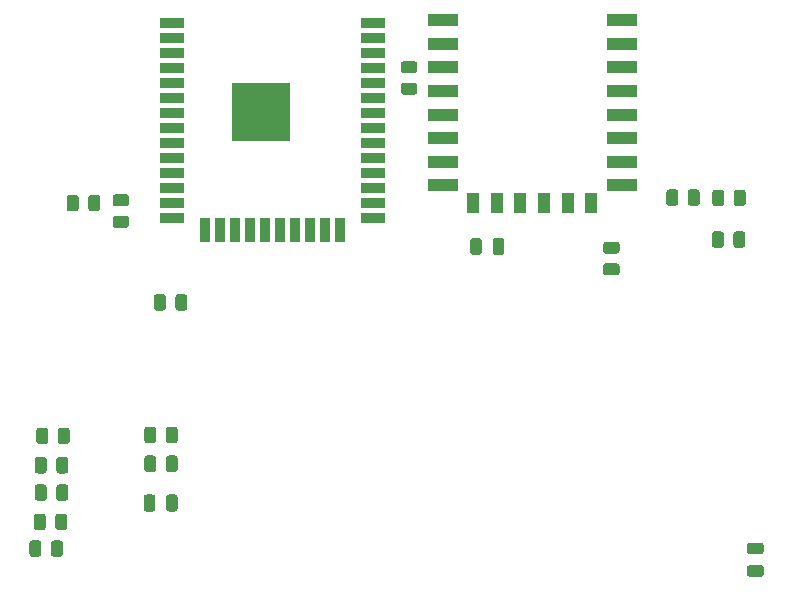
<source format=gbr>
%TF.GenerationSoftware,KiCad,Pcbnew,5.1.9+dfsg1-1*%
%TF.CreationDate,2021-05-21T09:37:11+02:00*%
%TF.ProjectId,vscp-din-m1-wireless-p1,76736370-2d64-4696-9e2d-6d312d776972,rev?*%
%TF.SameCoordinates,Original*%
%TF.FileFunction,Paste,Top*%
%TF.FilePolarity,Positive*%
%FSLAX46Y46*%
G04 Gerber Fmt 4.6, Leading zero omitted, Abs format (unit mm)*
G04 Created by KiCad (PCBNEW 5.1.9+dfsg1-1) date 2021-05-21 09:37:11*
%MOMM*%
%LPD*%
G01*
G04 APERTURE LIST*
%ADD10R,2.500000X1.000000*%
%ADD11R,1.000000X1.800000*%
%ADD12R,2.000000X0.900000*%
%ADD13R,0.900000X2.000000*%
%ADD14R,5.000000X5.000000*%
G04 APERTURE END LIST*
%TO.C,R19*%
G36*
G01*
X74237800Y-116705801D02*
X74237800Y-115805799D01*
G75*
G02*
X74487799Y-115555800I249999J0D01*
G01*
X75012801Y-115555800D01*
G75*
G02*
X75262800Y-115805799I0J-249999D01*
G01*
X75262800Y-116705801D01*
G75*
G02*
X75012801Y-116955800I-249999J0D01*
G01*
X74487799Y-116955800D01*
G75*
G02*
X74237800Y-116705801I0J249999D01*
G01*
G37*
G36*
G01*
X72412800Y-116705801D02*
X72412800Y-115805799D01*
G75*
G02*
X72662799Y-115555800I249999J0D01*
G01*
X73187801Y-115555800D01*
G75*
G02*
X73437800Y-115805799I0J-249999D01*
G01*
X73437800Y-116705801D01*
G75*
G02*
X73187801Y-116955800I-249999J0D01*
G01*
X72662799Y-116955800D01*
G75*
G02*
X72412800Y-116705801I0J249999D01*
G01*
G37*
%TD*%
D10*
%TO.C,U2*%
X122600000Y-71500000D03*
X122600000Y-73500000D03*
X122600000Y-75500000D03*
X122600000Y-77500000D03*
X122600000Y-79500000D03*
X122600000Y-81500000D03*
X122600000Y-83500000D03*
X122600000Y-85500000D03*
D11*
X120000000Y-87000000D03*
X118000000Y-87000000D03*
X116000000Y-87000000D03*
X114000000Y-87000000D03*
X112000000Y-87000000D03*
X110000000Y-87000000D03*
D10*
X107400000Y-85500000D03*
X107400000Y-83500000D03*
X107400000Y-81500000D03*
X107400000Y-79500000D03*
X107400000Y-77500000D03*
X107400000Y-75500000D03*
X107400000Y-73500000D03*
X107400000Y-71500000D03*
%TD*%
%TO.C,R18*%
G36*
G01*
X83166000Y-106179199D02*
X83166000Y-107079201D01*
G75*
G02*
X82916001Y-107329200I-249999J0D01*
G01*
X82390999Y-107329200D01*
G75*
G02*
X82141000Y-107079201I0J249999D01*
G01*
X82141000Y-106179199D01*
G75*
G02*
X82390999Y-105929200I249999J0D01*
G01*
X82916001Y-105929200D01*
G75*
G02*
X83166000Y-106179199I0J-249999D01*
G01*
G37*
G36*
G01*
X84991000Y-106179199D02*
X84991000Y-107079201D01*
G75*
G02*
X84741001Y-107329200I-249999J0D01*
G01*
X84215999Y-107329200D01*
G75*
G02*
X83966000Y-107079201I0J249999D01*
G01*
X83966000Y-106179199D01*
G75*
G02*
X84215999Y-105929200I249999J0D01*
G01*
X84741001Y-105929200D01*
G75*
G02*
X84991000Y-106179199I0J-249999D01*
G01*
G37*
%TD*%
%TO.C,R17*%
G36*
G01*
X74022000Y-106255399D02*
X74022000Y-107155401D01*
G75*
G02*
X73772001Y-107405400I-249999J0D01*
G01*
X73246999Y-107405400D01*
G75*
G02*
X72997000Y-107155401I0J249999D01*
G01*
X72997000Y-106255399D01*
G75*
G02*
X73246999Y-106005400I249999J0D01*
G01*
X73772001Y-106005400D01*
G75*
G02*
X74022000Y-106255399I0J-249999D01*
G01*
G37*
G36*
G01*
X75847000Y-106255399D02*
X75847000Y-107155401D01*
G75*
G02*
X75597001Y-107405400I-249999J0D01*
G01*
X75071999Y-107405400D01*
G75*
G02*
X74822000Y-107155401I0J249999D01*
G01*
X74822000Y-106255399D01*
G75*
G02*
X75071999Y-106005400I249999J0D01*
G01*
X75597001Y-106005400D01*
G75*
G02*
X75847000Y-106255399I0J-249999D01*
G01*
G37*
%TD*%
%TO.C,R16*%
G36*
G01*
X84778800Y-95852401D02*
X84778800Y-94952399D01*
G75*
G02*
X85028799Y-94702400I249999J0D01*
G01*
X85553801Y-94702400D01*
G75*
G02*
X85803800Y-94952399I0J-249999D01*
G01*
X85803800Y-95852401D01*
G75*
G02*
X85553801Y-96102400I-249999J0D01*
G01*
X85028799Y-96102400D01*
G75*
G02*
X84778800Y-95852401I0J249999D01*
G01*
G37*
G36*
G01*
X82953800Y-95852401D02*
X82953800Y-94952399D01*
G75*
G02*
X83203799Y-94702400I249999J0D01*
G01*
X83728801Y-94702400D01*
G75*
G02*
X83978800Y-94952399I0J-249999D01*
G01*
X83978800Y-95852401D01*
G75*
G02*
X83728801Y-96102400I-249999J0D01*
G01*
X83203799Y-96102400D01*
G75*
G02*
X82953800Y-95852401I0J249999D01*
G01*
G37*
%TD*%
%TO.C,R15*%
G36*
G01*
X74616900Y-114445201D02*
X74616900Y-113545199D01*
G75*
G02*
X74866899Y-113295200I249999J0D01*
G01*
X75391901Y-113295200D01*
G75*
G02*
X75641900Y-113545199I0J-249999D01*
G01*
X75641900Y-114445201D01*
G75*
G02*
X75391901Y-114695200I-249999J0D01*
G01*
X74866899Y-114695200D01*
G75*
G02*
X74616900Y-114445201I0J249999D01*
G01*
G37*
G36*
G01*
X72791900Y-114445201D02*
X72791900Y-113545199D01*
G75*
G02*
X73041899Y-113295200I249999J0D01*
G01*
X73566901Y-113295200D01*
G75*
G02*
X73816900Y-113545199I0J-249999D01*
G01*
X73816900Y-114445201D01*
G75*
G02*
X73566901Y-114695200I-249999J0D01*
G01*
X73041899Y-114695200D01*
G75*
G02*
X72791900Y-114445201I0J249999D01*
G01*
G37*
%TD*%
%TO.C,R14*%
G36*
G01*
X83966000Y-109517601D02*
X83966000Y-108617599D01*
G75*
G02*
X84215999Y-108367600I249999J0D01*
G01*
X84741001Y-108367600D01*
G75*
G02*
X84991000Y-108617599I0J-249999D01*
G01*
X84991000Y-109517601D01*
G75*
G02*
X84741001Y-109767600I-249999J0D01*
G01*
X84215999Y-109767600D01*
G75*
G02*
X83966000Y-109517601I0J249999D01*
G01*
G37*
G36*
G01*
X82141000Y-109517601D02*
X82141000Y-108617599D01*
G75*
G02*
X82390999Y-108367600I249999J0D01*
G01*
X82916001Y-108367600D01*
G75*
G02*
X83166000Y-108617599I0J-249999D01*
G01*
X83166000Y-109517601D01*
G75*
G02*
X82916001Y-109767600I-249999J0D01*
G01*
X82390999Y-109767600D01*
G75*
G02*
X82141000Y-109517601I0J249999D01*
G01*
G37*
%TD*%
%TO.C,R13*%
G36*
G01*
X74693100Y-109644601D02*
X74693100Y-108744599D01*
G75*
G02*
X74943099Y-108494600I249999J0D01*
G01*
X75468101Y-108494600D01*
G75*
G02*
X75718100Y-108744599I0J-249999D01*
G01*
X75718100Y-109644601D01*
G75*
G02*
X75468101Y-109894600I-249999J0D01*
G01*
X74943099Y-109894600D01*
G75*
G02*
X74693100Y-109644601I0J249999D01*
G01*
G37*
G36*
G01*
X72868100Y-109644601D02*
X72868100Y-108744599D01*
G75*
G02*
X73118099Y-108494600I249999J0D01*
G01*
X73643101Y-108494600D01*
G75*
G02*
X73893100Y-108744599I0J-249999D01*
G01*
X73893100Y-109644601D01*
G75*
G02*
X73643101Y-109894600I-249999J0D01*
G01*
X73118099Y-109894600D01*
G75*
G02*
X72868100Y-109644601I0J249999D01*
G01*
G37*
%TD*%
%TO.C,R12*%
G36*
G01*
X74695000Y-111956001D02*
X74695000Y-111055999D01*
G75*
G02*
X74944999Y-110806000I249999J0D01*
G01*
X75470001Y-110806000D01*
G75*
G02*
X75720000Y-111055999I0J-249999D01*
G01*
X75720000Y-111956001D01*
G75*
G02*
X75470001Y-112206000I-249999J0D01*
G01*
X74944999Y-112206000D01*
G75*
G02*
X74695000Y-111956001I0J249999D01*
G01*
G37*
G36*
G01*
X72870000Y-111956001D02*
X72870000Y-111055999D01*
G75*
G02*
X73119999Y-110806000I249999J0D01*
G01*
X73645001Y-110806000D01*
G75*
G02*
X73895000Y-111055999I0J-249999D01*
G01*
X73895000Y-111956001D01*
G75*
G02*
X73645001Y-112206000I-249999J0D01*
G01*
X73119999Y-112206000D01*
G75*
G02*
X72870000Y-111956001I0J249999D01*
G01*
G37*
%TD*%
%TO.C,R11*%
G36*
G01*
X131222800Y-89643799D02*
X131222800Y-90543801D01*
G75*
G02*
X130972801Y-90793800I-249999J0D01*
G01*
X130447799Y-90793800D01*
G75*
G02*
X130197800Y-90543801I0J249999D01*
G01*
X130197800Y-89643799D01*
G75*
G02*
X130447799Y-89393800I249999J0D01*
G01*
X130972801Y-89393800D01*
G75*
G02*
X131222800Y-89643799I0J-249999D01*
G01*
G37*
G36*
G01*
X133047800Y-89643799D02*
X133047800Y-90543801D01*
G75*
G02*
X132797801Y-90793800I-249999J0D01*
G01*
X132272799Y-90793800D01*
G75*
G02*
X132022800Y-90543801I0J249999D01*
G01*
X132022800Y-89643799D01*
G75*
G02*
X132272799Y-89393800I249999J0D01*
G01*
X132797801Y-89393800D01*
G75*
G02*
X133047800Y-89643799I0J-249999D01*
G01*
G37*
%TD*%
%TO.C,R10*%
G36*
G01*
X131246300Y-86113199D02*
X131246300Y-87013201D01*
G75*
G02*
X130996301Y-87263200I-249999J0D01*
G01*
X130471299Y-87263200D01*
G75*
G02*
X130221300Y-87013201I0J249999D01*
G01*
X130221300Y-86113199D01*
G75*
G02*
X130471299Y-85863200I249999J0D01*
G01*
X130996301Y-85863200D01*
G75*
G02*
X131246300Y-86113199I0J-249999D01*
G01*
G37*
G36*
G01*
X133071300Y-86113199D02*
X133071300Y-87013201D01*
G75*
G02*
X132821301Y-87263200I-249999J0D01*
G01*
X132296299Y-87263200D01*
G75*
G02*
X132046300Y-87013201I0J249999D01*
G01*
X132046300Y-86113199D01*
G75*
G02*
X132296299Y-85863200I249999J0D01*
G01*
X132821301Y-85863200D01*
G75*
G02*
X133071300Y-86113199I0J-249999D01*
G01*
G37*
%TD*%
%TO.C,R9*%
G36*
G01*
X122141401Y-91294000D02*
X121241399Y-91294000D01*
G75*
G02*
X120991400Y-91044001I0J249999D01*
G01*
X120991400Y-90518999D01*
G75*
G02*
X121241399Y-90269000I249999J0D01*
G01*
X122141401Y-90269000D01*
G75*
G02*
X122391400Y-90518999I0J-249999D01*
G01*
X122391400Y-91044001D01*
G75*
G02*
X122141401Y-91294000I-249999J0D01*
G01*
G37*
G36*
G01*
X122141401Y-93119000D02*
X121241399Y-93119000D01*
G75*
G02*
X120991400Y-92869001I0J249999D01*
G01*
X120991400Y-92343999D01*
G75*
G02*
X121241399Y-92094000I249999J0D01*
G01*
X122141401Y-92094000D01*
G75*
G02*
X122391400Y-92343999I0J-249999D01*
G01*
X122391400Y-92869001D01*
G75*
G02*
X122141401Y-93119000I-249999J0D01*
G01*
G37*
%TD*%
%TO.C,R7*%
G36*
G01*
X76600000Y-86549999D02*
X76600000Y-87450001D01*
G75*
G02*
X76350001Y-87700000I-249999J0D01*
G01*
X75824999Y-87700000D01*
G75*
G02*
X75575000Y-87450001I0J249999D01*
G01*
X75575000Y-86549999D01*
G75*
G02*
X75824999Y-86300000I249999J0D01*
G01*
X76350001Y-86300000D01*
G75*
G02*
X76600000Y-86549999I0J-249999D01*
G01*
G37*
G36*
G01*
X78425000Y-86549999D02*
X78425000Y-87450001D01*
G75*
G02*
X78175001Y-87700000I-249999J0D01*
G01*
X77649999Y-87700000D01*
G75*
G02*
X77400000Y-87450001I0J249999D01*
G01*
X77400000Y-86549999D01*
G75*
G02*
X77649999Y-86300000I249999J0D01*
G01*
X78175001Y-86300000D01*
G75*
G02*
X78425000Y-86549999I0J-249999D01*
G01*
G37*
%TD*%
%TO.C,R6*%
G36*
G01*
X127362000Y-86087799D02*
X127362000Y-86987801D01*
G75*
G02*
X127112001Y-87237800I-249999J0D01*
G01*
X126586999Y-87237800D01*
G75*
G02*
X126337000Y-86987801I0J249999D01*
G01*
X126337000Y-86087799D01*
G75*
G02*
X126586999Y-85837800I249999J0D01*
G01*
X127112001Y-85837800D01*
G75*
G02*
X127362000Y-86087799I0J-249999D01*
G01*
G37*
G36*
G01*
X129187000Y-86087799D02*
X129187000Y-86987801D01*
G75*
G02*
X128937001Y-87237800I-249999J0D01*
G01*
X128411999Y-87237800D01*
G75*
G02*
X128162000Y-86987801I0J249999D01*
G01*
X128162000Y-86087799D01*
G75*
G02*
X128411999Y-85837800I249999J0D01*
G01*
X128937001Y-85837800D01*
G75*
G02*
X129187000Y-86087799I0J-249999D01*
G01*
G37*
%TD*%
%TO.C,R5*%
G36*
G01*
X80612401Y-87280800D02*
X79712399Y-87280800D01*
G75*
G02*
X79462400Y-87030801I0J249999D01*
G01*
X79462400Y-86505799D01*
G75*
G02*
X79712399Y-86255800I249999J0D01*
G01*
X80612401Y-86255800D01*
G75*
G02*
X80862400Y-86505799I0J-249999D01*
G01*
X80862400Y-87030801D01*
G75*
G02*
X80612401Y-87280800I-249999J0D01*
G01*
G37*
G36*
G01*
X80612401Y-89105800D02*
X79712399Y-89105800D01*
G75*
G02*
X79462400Y-88855801I0J249999D01*
G01*
X79462400Y-88330799D01*
G75*
G02*
X79712399Y-88080800I249999J0D01*
G01*
X80612401Y-88080800D01*
G75*
G02*
X80862400Y-88330799I0J-249999D01*
G01*
X80862400Y-88855801D01*
G75*
G02*
X80612401Y-89105800I-249999J0D01*
G01*
G37*
%TD*%
%TO.C,R1*%
G36*
G01*
X105021801Y-76003200D02*
X104121799Y-76003200D01*
G75*
G02*
X103871800Y-75753201I0J249999D01*
G01*
X103871800Y-75228199D01*
G75*
G02*
X104121799Y-74978200I249999J0D01*
G01*
X105021801Y-74978200D01*
G75*
G02*
X105271800Y-75228199I0J-249999D01*
G01*
X105271800Y-75753201D01*
G75*
G02*
X105021801Y-76003200I-249999J0D01*
G01*
G37*
G36*
G01*
X105021801Y-77828200D02*
X104121799Y-77828200D01*
G75*
G02*
X103871800Y-77578201I0J249999D01*
G01*
X103871800Y-77053199D01*
G75*
G02*
X104121799Y-76803200I249999J0D01*
G01*
X105021801Y-76803200D01*
G75*
G02*
X105271800Y-77053199I0J-249999D01*
G01*
X105271800Y-77578201D01*
G75*
G02*
X105021801Y-77828200I-249999J0D01*
G01*
G37*
%TD*%
%TO.C,C6*%
G36*
G01*
X83990600Y-112870000D02*
X83990600Y-111920000D01*
G75*
G02*
X84240600Y-111670000I250000J0D01*
G01*
X84740600Y-111670000D01*
G75*
G02*
X84990600Y-111920000I0J-250000D01*
G01*
X84990600Y-112870000D01*
G75*
G02*
X84740600Y-113120000I-250000J0D01*
G01*
X84240600Y-113120000D01*
G75*
G02*
X83990600Y-112870000I0J250000D01*
G01*
G37*
G36*
G01*
X82090600Y-112870000D02*
X82090600Y-111920000D01*
G75*
G02*
X82340600Y-111670000I250000J0D01*
G01*
X82840600Y-111670000D01*
G75*
G02*
X83090600Y-111920000I0J-250000D01*
G01*
X83090600Y-112870000D01*
G75*
G02*
X82840600Y-113120000I-250000J0D01*
G01*
X82340600Y-113120000D01*
G75*
G02*
X82090600Y-112870000I0J250000D01*
G01*
G37*
%TD*%
%TO.C,C5*%
G36*
G01*
X134358400Y-116745600D02*
X133408400Y-116745600D01*
G75*
G02*
X133158400Y-116495600I0J250000D01*
G01*
X133158400Y-115995600D01*
G75*
G02*
X133408400Y-115745600I250000J0D01*
G01*
X134358400Y-115745600D01*
G75*
G02*
X134608400Y-115995600I0J-250000D01*
G01*
X134608400Y-116495600D01*
G75*
G02*
X134358400Y-116745600I-250000J0D01*
G01*
G37*
G36*
G01*
X134358400Y-118645600D02*
X133408400Y-118645600D01*
G75*
G02*
X133158400Y-118395600I0J250000D01*
G01*
X133158400Y-117895600D01*
G75*
G02*
X133408400Y-117645600I250000J0D01*
G01*
X134358400Y-117645600D01*
G75*
G02*
X134608400Y-117895600I0J-250000D01*
G01*
X134608400Y-118395600D01*
G75*
G02*
X134358400Y-118645600I-250000J0D01*
G01*
G37*
%TD*%
%TO.C,C1*%
G36*
G01*
X111636000Y-91153000D02*
X111636000Y-90203000D01*
G75*
G02*
X111886000Y-89953000I250000J0D01*
G01*
X112386000Y-89953000D01*
G75*
G02*
X112636000Y-90203000I0J-250000D01*
G01*
X112636000Y-91153000D01*
G75*
G02*
X112386000Y-91403000I-250000J0D01*
G01*
X111886000Y-91403000D01*
G75*
G02*
X111636000Y-91153000I0J250000D01*
G01*
G37*
G36*
G01*
X109736000Y-91153000D02*
X109736000Y-90203000D01*
G75*
G02*
X109986000Y-89953000I250000J0D01*
G01*
X110486000Y-89953000D01*
G75*
G02*
X110736000Y-90203000I0J-250000D01*
G01*
X110736000Y-91153000D01*
G75*
G02*
X110486000Y-91403000I-250000J0D01*
G01*
X109986000Y-91403000D01*
G75*
G02*
X109736000Y-91153000I0J250000D01*
G01*
G37*
%TD*%
D12*
%TO.C,U1*%
X101500000Y-71745000D03*
X101500000Y-73015000D03*
X101500000Y-74285000D03*
X101500000Y-75555000D03*
X101500000Y-76825000D03*
X101500000Y-78095000D03*
X101500000Y-79365000D03*
X101500000Y-80635000D03*
X101500000Y-81905000D03*
X101500000Y-83175000D03*
X101500000Y-84445000D03*
X101500000Y-85715000D03*
X101500000Y-86985000D03*
X101500000Y-88255000D03*
D13*
X98715000Y-89255000D03*
X97445000Y-89255000D03*
X96175000Y-89255000D03*
X94905000Y-89255000D03*
X93635000Y-89255000D03*
X92365000Y-89255000D03*
X91095000Y-89255000D03*
X89825000Y-89255000D03*
X88555000Y-89255000D03*
X87285000Y-89255000D03*
D12*
X84500000Y-88255000D03*
X84500000Y-86985000D03*
X84500000Y-85715000D03*
X84500000Y-84445000D03*
X84500000Y-83175000D03*
X84500000Y-81905000D03*
X84500000Y-80635000D03*
X84500000Y-79365000D03*
X84500000Y-78095000D03*
X84500000Y-76825000D03*
X84500000Y-75555000D03*
X84500000Y-74285000D03*
X84500000Y-73015000D03*
X84500000Y-71745000D03*
D14*
X92000000Y-79245000D03*
%TD*%
M02*

</source>
